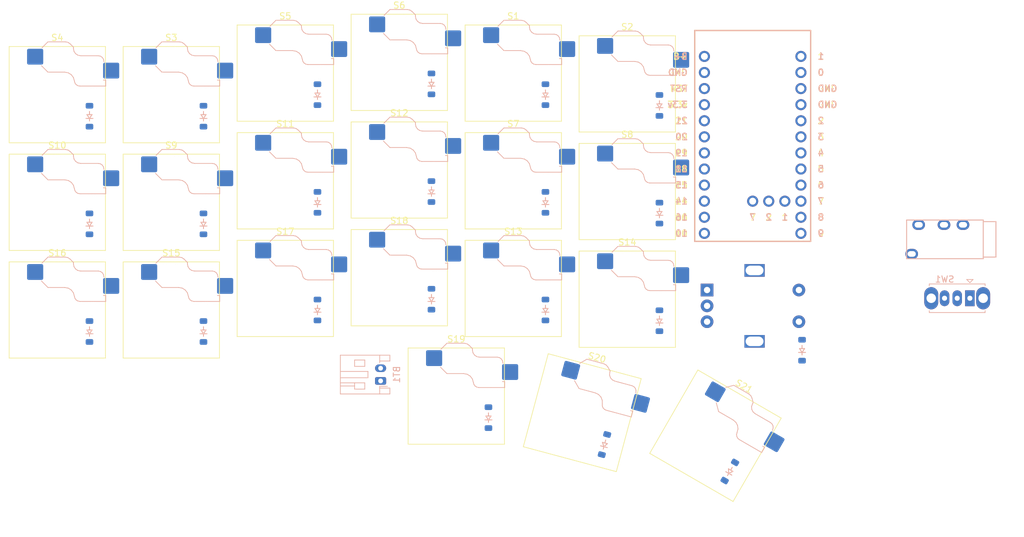
<source format=kicad_pcb>
(kicad_pcb (version 20241229) (generator "pcbnew") (generator_version "9.0")
  (layers (0 "F.Cu" signal) (2 "B.Cu" signal) (13 "F.Paste" user) (15 "B.Paste" user) (5 "F.SilkS" user "F.Silkscreen") (7 "B.SilkS" user "B.Silkscreen") (1 "F.Mask" user) (3 "B.Mask" user) (25 "Edge.Cuts" user))
  (net 0 "")
  (net 1 "GND")
  (net 2 "Net-(BT1-+)")
  (net 3 "Net-(D1-A)")
  (net 4 "Row 0")
  (net 5 "Net-(D2-A)")
  (net 6 "Net-(D3-A)")
  (net 7 "Net-(D4-A)")
  (net 8 "Net-(D5-A)")
  (net 9 "Net-(D6-A)")
  (net 10 "Row 1")
  (net 11 "Net-(D7-A)")
  (net 12 "Net-(D8-A)")
  (net 13 "Net-(D9-A)")
  (net 14 "Net-(D10-A)")
  (net 15 "Net-(D11-A)")
  (net 16 "Net-(D12-A)")
  (net 17 "Net-(D13-A)")
  (net 18 "Row 2")
  (net 19 "Net-(D14-A)")
  (net 20 "Net-(D15-A)")
  (net 21 "Net-(D16-A)")
  (net 22 "Net-(D17-A)")
  (net 23 "Net-(D18-A)")
  (net 24 "Row 3")
  (net 25 "Net-(D19-A)")
  (net 26 "Net-(D20-A)")
  (net 27 "Net-(D21-A)")
  (net 28 "Column 3")
  (net 29 "Column 2")
  (net 30 "Column 4")
  (net 31 "Column 5")
  (net 32 "Column 0")
  (net 33 "Column 1")
  (net 34 "Net-(SW1-A)")
  (net 35 "Net-(D22-A)")
  (net 41 "SplitVCC")
  (net 49 "SplitData")
  (net 52 "EncoderA")
  (net 53 "EncoderB")
  (footprint "ScottoKeebs_Hotswap:Hotswap_Choc_V1_1.00u" (layer "F.Cu") (at 126.9 89.25)
    (property "Reference" "S13" (at 0 -9 0) (layer "F.SilkS"))
    (property "Value" "Keyswitch")
    (pad "" np_thru_hole circle (at -5.5 0) (size 1.9 1.9) (drill 1.9) (layers "*.Cu" "*.Mask"))
    (pad "" np_thru_hole circle (at 0 -5.9) (size 3.05 3.05) (drill 3.05) (layers "*.Cu" "*.Mask"))
    (pad "" np_thru_hole circle (at 0 0) (size 3.45 3.45) (drill 3.45) (layers "*.Cu" "*.Mask"))
    (pad "" np_thru_hole circle (at 5 -3.8) (size 3.05 3.05) (drill 3.05) (layers "*.Cu" "*.Mask"))
    (pad "" np_thru_hole circle (at 5.5 0) (size 1.9 1.9) (drill 1.9) (layers "*.Cu" "*.Mask"))
    (pad "1" smd roundrect (at -3.5 -6) (size 2.55 2.5) (layers "B.Cu" "B.Mask" "B.Paste") (roundrect_rratio 0.1) (net 32 "Column 0"))
    (pad "2" smd roundrect (at 8.5 -3.8) (size 2.55 2.5) (layers "B.Cu" "B.Mask" "B.Paste") (roundrect_rratio 0.1) (net 17 "Net-(D13-A)"))
  )
  (footprint "ScottoKeebs_Hotswap:Hotswap_Choc_V1_1.00u" (layer "F.Cu") (at 126.9 55.25)
    (property "Reference" "S1" (at 0 -9 0) (layer "F.SilkS"))
    (property "Value" "Keyswitch")
    (pad "" np_thru_hole circle (at -5.5 0) (size 1.9 1.9) (drill 1.9) (layers "*.Cu" "*.Mask"))
    (pad "" np_thru_hole circle (at 0 -5.9) (size 3.05 3.05) (drill 3.05) (layers "*.Cu" "*.Mask"))
    (pad "" np_thru_hole circle (at 0 0) (size 3.45 3.45) (drill 3.45) (layers "*.Cu" "*.Mask"))
    (pad "" np_thru_hole circle (at 5 -3.8) (size 3.05 3.05) (drill 3.05) (layers "*.Cu" "*.Mask"))
    (pad "" np_thru_hole circle (at 5.5 0) (size 1.9 1.9) (drill 1.9) (layers "*.Cu" "*.Mask"))
    (pad "1" smd roundrect (at -3.5 -6) (size 2.55 2.5) (layers "B.Cu" "B.Mask" "B.Paste") (roundrect_rratio 0.1) (net 32 "Column 0"))
    (pad "2" smd roundrect (at 8.5 -3.8) (size 2.55 2.5) (layers "B.Cu" "B.Mask" "B.Paste") (roundrect_rratio 0.1) (net 3 "Net-(D1-A)"))
  )
  (footprint "ScottoKeebs_Hotswap:Hotswap_Choc_V1_1.00u" (layer "F.Cu") (at 72.9 58.65)
    (property "Reference" "S3" (at 0 -9 0) (layer "F.SilkS"))
    (property "Value" "Keyswitch")
    (pad "" np_thru_hole circle (at -5.5 0) (size 1.9 1.9) (drill 1.9) (layers "*.Cu" "*.Mask"))
    (pad "" np_thru_hole circle (at 0 -5.9) (size 3.05 3.05) (drill 3.05) (layers "*.Cu" "*.Mask"))
    (pad "" np_thru_hole circle (at 0 0) (size 3.45 3.45) (drill 3.45) (layers "*.Cu" "*.Mask"))
    (pad "" np_thru_hole circle (at 5 -3.8) (size 3.05 3.05) (drill 3.05) (layers "*.Cu" "*.Mask"))
    (pad "" np_thru_hole circle (at 5.5 0) (size 1.9 1.9) (drill 1.9) (layers "*.Cu" "*.Mask"))
    (pad "1" smd roundrect (at -3.5 -6) (size 2.55 2.5) (layers "B.Cu" "B.Mask" "B.Paste") (roundrect_rratio 0.1) (net 29 "Column 2"))
    (pad "2" smd roundrect (at 8.5 -3.8) (size 2.55 2.5) (layers "B.Cu" "B.Mask" "B.Paste") (roundrect_rratio 0.1) (net 6 "Net-(D3-A)"))
  )
  (footprint "ScottoKeebs_Hotswap:Hotswap_Choc_V1_1.00u" (layer "F.Cu") (at 72.9 75.65)
    (property "Reference" "S9" (at 0 -9 0) (layer "F.SilkS"))
    (property "Value" "Keyswitch")
    (pad "" np_thru_hole circle (at -5.5 0) (size 1.9 1.9) (drill 1.9) (layers "*.Cu" "*.Mask"))
    (pad "" np_thru_hole circle (at 0 -5.9) (size 3.05 3.05) (drill 3.05) (layers "*.Cu" "*.Mask"))
    (pad "" np_thru_hole circle (at 0 0) (size 3.45 3.45) (drill 3.45) (layers "*.Cu" "*.Mask"))
    (pad "" np_thru_hole circle (at 5 -3.8) (size 3.05 3.05) (drill 3.05) (layers "*.Cu" "*.Mask"))
    (pad "" np_thru_hole circle (at 5.5 0) (size 1.9 1.9) (drill 1.9) (layers "*.Cu" "*.Mask"))
    (pad "1" smd roundrect (at -3.5 -6) (size 2.55 2.5) (layers "B.Cu" "B.Mask" "B.Paste") (roundrect_rratio 0.1) (net 29 "Column 2"))
    (pad "2" smd roundrect (at 8.5 -3.8) (size 2.55 2.5) (layers "B.Cu" "B.Mask" "B.Paste") (roundrect_rratio 0.1) (net 13 "Net-(D9-A)"))
  )
  (footprint "ScottoKeebs_Hotswap:Hotswap_Choc_V1_1.00u" (layer "F.Cu") (at 126.9 72.25)
    (property "Reference" "S7" (at 0 -9 0) (layer "F.SilkS"))
    (property "Value" "Keyswitch")
    (pad "" np_thru_hole circle (at -5.5 0) (size 1.9 1.9) (drill 1.9) (layers "*.Cu" "*.Mask"))
    (pad "" np_thru_hole circle (at 0 -5.9) (size 3.05 3.05) (drill 3.05) (layers "*.Cu" "*.Mask"))
    (pad "" np_thru_hole circle (at 0 0) (size 3.45 3.45) (drill 3.45) (layers "*.Cu" "*.Mask"))
    (pad "" np_thru_hole circle (at 5 -3.8) (size 3.05 3.05) (drill 3.05) (layers "*.Cu" "*.Mask"))
    (pad "" np_thru_hole circle (at 5.5 0) (size 1.9 1.9) (drill 1.9) (layers "*.Cu" "*.Mask"))
    (pad "1" smd roundrect (at -3.5 -6) (size 2.55 2.5) (layers "B.Cu" "B.Mask" "B.Paste") (roundrect_rratio 0.1) (net 32 "Column 0"))
    (pad "2" smd roundrect (at 8.5 -3.8) (size 2.55 2.5) (layers "B.Cu" "B.Mask" "B.Paste") (roundrect_rratio 0.1) (net 11 "Net-(D7-A)"))
  )
  (footprint "ScottoKeebs_Hotswap:Hotswap_Choc_V1_1.00u" (layer "F.Cu") (at 108.9 87.55)
    (property "Reference" "S18" (at 0 -9 0) (layer "F.SilkS"))
    (property "Value" "Keyswitch")
    (pad "" np_thru_hole circle (at -5.5 0) (size 1.9 1.9) (drill 1.9) (layers "*.Cu" "*.Mask"))
    (pad "" np_thru_hole circle (at 0 -5.9) (size 3.05 3.05) (drill 3.05) (layers "*.Cu" "*.Mask"))
    (pad "" np_thru_hole circle (at 0 0) (size 3.45 3.45) (drill 3.45) (layers "*.Cu" "*.Mask"))
    (pad "" np_thru_hole circle (at 5 -3.8) (size 3.05 3.05) (drill 3.05) (layers "*.Cu" "*.Mask"))
    (pad "" np_thru_hole circle (at 5.5 0) (size 1.9 1.9) (drill 1.9) (layers "*.Cu" "*.Mask"))
    (pad "1" smd roundrect (at -3.5 -6) (size 2.55 2.5) (layers "B.Cu" "B.Mask" "B.Paste") (roundrect_rratio 0.1) (net 31 "Column 5"))
    (pad "2" smd roundrect (at 8.5 -3.8) (size 2.55 2.5) (layers "B.Cu" "B.Mask" "B.Paste") (roundrect_rratio 0.1) (net 23 "Net-(D18-A)"))
  )
  (footprint "ScottoKeebs_Hotswap:Hotswap_Choc_V1_1.00u" (layer "F.Cu") (at 72.9 92.65)
    (property "Reference" "S15" (at 0 -9 0) (layer "F.SilkS"))
    (property "Value" "Keyswitch")
    (pad "" np_thru_hole circle (at -5.5 0) (size 1.9 1.9) (drill 1.9) (layers "*.Cu" "*.Mask"))
    (pad "" np_thru_hole circle (at 0 -5.9) (size 3.05 3.05) (drill 3.05) (layers "*.Cu" "*.Mask"))
    (pad "" np_thru_hole circle (at 0 0) (size 3.45 3.45) (drill 3.45) (layers "*.Cu" "*.Mask"))
    (pad "" np_thru_hole circle (at 5 -3.8) (size 3.05 3.05) (drill 3.05) (layers "*.Cu" "*.Mask"))
    (pad "" np_thru_hole circle (at 5.5 0) (size 1.9 1.9) (drill 1.9) (layers "*.Cu" "*.Mask"))
    (pad "1" smd roundrect (at -3.5 -6) (size 2.55 2.5) (layers "B.Cu" "B.Mask" "B.Paste") (roundrect_rratio 0.1) (net 29 "Column 2"))
    (pad "2" smd roundrect (at 8.5 -3.8) (size 2.55 2.5) (layers "B.Cu" "B.Mask" "B.Paste") (roundrect_rratio 0.1) (net 20 "Net-(D15-A)"))
  )
  (footprint "ScottoKeebs_Hotswap:Hotswap_Choc_V1_1.00u" (layer "F.Cu") (at 144.9 73.95)
    (property "Reference" "S8" (at 0 -9 0) (layer "F.SilkS"))
    (property "Value" "Keyswitch")
    (pad "" np_thru_hole circle (at -5.5 0) (size 1.9 1.9) (drill 1.9) (layers "*.Cu" "*.Mask"))
    (pad "" np_thru_hole circle (at 0 -5.9) (size 3.05 3.05) (drill 3.05) (layers "*.Cu" "*.Mask"))
    (pad "" np_thru_hole circle (at 0 0) (size 3.45 3.45) (drill 3.45) (layers "*.Cu" "*.Mask"))
    (pad "" np_thru_hole circle (at 5 -3.8) (size 3.05 3.05) (drill 3.05) (layers "*.Cu" "*.Mask"))
    (pad "" np_thru_hole circle (at 5.5 0) (size 1.9 1.9) (drill 1.9) (layers "*.Cu" "*.Mask"))
    (pad "1" smd roundrect (at -3.5 -6) (size 2.55 2.5) (layers "B.Cu" "B.Mask" "B.Paste") (roundrect_rratio 0.1) (net 33 "Column 1"))
    (pad "2" smd roundrect (at 8.5 -3.8) (size 2.55 2.5) (layers "B.Cu" "B.Mask" "B.Paste") (roundrect_rratio 0.1) (net 12 "Net-(D8-A)"))
  )
  (footprint "ScottoKeebs_Hotswap:Hotswap_Choc_V1_1.00u" (layer "F.Cu") (at 90.9 55.25)
    (property "Reference" "S5" (at 0 -9 0) (layer "F.SilkS"))
    (property "Value" "Keyswitch")
    (pad "" np_thru_hole circle (at -5.5 0) (size 1.9 1.9) (drill 1.9) (layers "*.Cu" "*.Mask"))
    (pad "" np_thru_hole circle (at 0 -5.9) (size 3.05 3.05) (drill 3.05) (layers "*.Cu" "*.Mask"))
    (pad "" np_thru_hole circle (at 0 0) (size 3.45 3.45) (drill 3.45) (layers "*.Cu" "*.Mask"))
    (pad "" np_thru_hole circle (at 5 -3.8) (size 3.05 3.05) (drill 3.05) (layers "*.Cu" "*.Mask"))
    (pad "" np_thru_hole circle (at 5.5 0) (size 1.9 1.9) (drill 1.9) (layers "*.Cu" "*.Mask"))
    (pad "1" smd roundrect (at -3.5 -6) (size 2.55 2.5) (layers "B.Cu" "B.Mask" "B.Paste") (roundrect_rratio 0.1) (net 30 "Column 4"))
    (pad "2" smd roundrect (at 8.5 -3.8) (size 2.55 2.5) (layers "B.Cu" "B.Mask" "B.Paste") (roundrect_rratio 0.1) (net 8 "Net-(D5-A)"))
  )
  (footprint "ScottoKeebs_Hotswap:Hotswap_Choc_V1_1.00u" (layer "F.Cu") (at 144.9 56.95)
    (property "Reference" "S2" (at 0 -9 0) (layer "F.SilkS"))
    (property "Value" "Keyswitch")
    (pad "" np_thru_hole circle (at -5.5 0) (size 1.9 1.9) (drill 1.9) (layers "*.Cu" "*.Mask"))
    (pad "" np_thru_hole circle (at 0 -5.9) (size 3.05 3.05) (drill 3.05) (layers "*.Cu" "*.Mask"))
    (pad "" np_thru_hole circle (at 0 0) (size 3.45 3.45) (drill 3.45) (layers "*.Cu" "*.Mask"))
    (pad "" np_thru_hole circle (at 5 -3.8) (size 3.05 3.05) (drill 3.05) (layers "*.Cu" "*.Mask"))
    (pad "" np_thru_hole circle (at 5.5 0) (size 1.9 1.9) (drill 1.9) (layers "*.Cu" "*.Mask"))
    (pad "1" smd roundrect (at -3.5 -6) (size 2.55 2.5) (layers "B.Cu" "B.Mask" "B.Paste") (roundrect_rratio 0.1) (net 33 "Column 1"))
    (pad "2" smd roundrect (at 8.5 -3.8) (size 2.55 2.5) (layers "B.Cu" "B.Mask" "B.Paste") (roundrect_rratio 0.1) (net 5 "Net-(D2-A)"))
  )
  (footprint "ScottoKeebs_Scotto:Encoder_EC11_MX" (layer "F.Cu") (at 165 92)
    (property "Reference" "SW2" (hide yes))
    (property "Value" "RotaryEncoder_Switch" (hide yes))
    (pad "A" thru_hole rect (at -7.5 -2.5) (size 2 2) (drill 1) (layers "*.Cu" "*.Mask") (net 52 "EncoderA"))
    (pad "B" thru_hole circle (at -7.5 2.5) (size 2 2) (drill 1) (layers "*.Cu" "*.Mask") (net 53 "EncoderB"))
    (pad "C" thru_hole circle (at -7.5 0) (size 2 2) (drill 1) (layers "*.Cu" "*.Mask") (net 1 "GND"))
    (pad "MP" thru_hole rect (at 0 -5.6) (size 3.2 2) (drill oval 2.8 1.5) (layers "*.Cu" "*.Mask"))
    (pad "MP" thru_hole rect (at 0 5.6) (size 3.2 2) (drill oval 2.8 1.5) (layers "*.Cu" "*.Mask"))
    (pad "S1" thru_hole circle (at 7 2.5) (size 2 2) (drill 1) (layers "*.Cu" "*.Mask") (net 35 "Net-(D22-A)"))
    (pad "S2" thru_hole circle (at 7 -2.5) (size 2 2) (drill 1) (layers "*.Cu" "*.Mask") (net 18 "Row 2"))
  )
  (footprint "ScottoKeebs_Hotswap:Hotswap_Choc_V1_1.00u" (layer "F.Cu") (at 90.9 89.25)
    (property "Reference" "S17" (at 0 -9 0) (layer "F.SilkS"))
    (property "Value" "Keyswitch")
    (pad "" np_thru_hole circle (at -5.5 0) (size 1.9 1.9) (drill 1.9) (layers "*.Cu" "*.Mask"))
    (pad "" np_thru_hole circle (at 0 -5.9) (size 3.05 3.05) (drill 3.05) (layers "*.Cu" "*.Mask"))
    (pad "" np_thru_hole circle (at 0 0) (size 3.45 3.45) (drill 3.45) (layers "*.Cu" "*.Mask"))
    (pad "" np_thru_hole circle (at 5 -3.8) (size 3.05 3.05) (drill 3.05) (layers "*.Cu" "*.Mask"))
    (pad "" np_thru_hole circle (at 5.5 0) (size 1.9 1.9) (drill 1.9) (layers "*.Cu" "*.Mask"))
    (pad "1" smd roundrect (at -3.5 -6) (size 2.55 2.5) (layers "B.Cu" "B.Mask" "B.Paste") (roundrect_rratio 0.1) (net 30 "Column 4"))
    (pad "2" smd roundrect (at 8.5 -3.8) (size 2.55 2.5) (layers "B.Cu" "B.Mask" "B.Paste") (roundrect_rratio 0.1) (net 22 "Net-(D17-A)"))
  )
  (footprint "ScottoKeebs_Hotswap:Hotswap_Choc_V1_1.00u" (layer "F.Cu") (at 117.9 106.25)
    (property "Reference" "S19" (at 0 -9 0) (layer "F.SilkS"))
    (property "Value" "Keyswitch")
    (pad "" np_thru_hole circle (at -5.5 0) (size 1.9 1.9) (drill 1.9) (layers "*.Cu" "*.Mask"))
    (pad "" np_thru_hole circle (at 0 -5.9) (size 3.05 3.05) (drill 3.05) (layers "*.Cu" "*.Mask"))
    (pad "" np_thru_hole circle (at 0 0) (size 3.45 3.45) (drill 3.45) (layers "*.Cu" "*.Mask"))
    (pad "" np_thru_hole circle (at 5 -3.8) (size 3.05 3.05) (drill 3.05) (layers "*.Cu" "*.Mask"))
    (pad "" np_thru_hole circle (at 5.5 0) (size 1.9 1.9) (drill 1.9) (layers "*.Cu" "*.Mask"))
    (pad "1" smd roundrect (at -3.5 -6) (size 2.55 2.5) (layers "B.Cu" "B.Mask" "B.Paste") (roundrect_rratio 0.1))
    (pad "2" smd roundrect (at 8.5 -3.8) (size 2.55 2.5) (layers "B.Cu" "B.Mask" "B.Paste") (roundrect_rratio 0.1) (net 25 "Net-(D19-A)"))
  )
  (footprint "ScottoKeebs_Hotswap:Hotswap_Choc_V1_1.50u_90deg" (layer "F.Cu") (at 158.828074 112.508176 -30)
    (property "Reference" "S21" (at 0 -9 150) (layer "F.SilkS"))
    (property "Value" "Keyswitch")
    (pad "" np_thru_hole circle (at -5.5 0 330) (size 1.9 1.9) (drill 1.9) (layers "*.Cu" "*.Mask"))
    (pad "" np_thru_hole circle (at 0 -5.9 330) (size 3.05 3.05) (drill 3.05) (layers "*.Cu" "*.Mask"))
    (pad "" np_thru_hole circle (at 0 0 330) (size 3.45 3.45) (drill 3.45) (layers "*.Cu" "*.Mask"))
    (pad "" np_thru_hole circle (at 5 -3.8 330) (size 3.05 3.05) (drill 3.05) (layers "*.Cu" "*.Mask"))
    (pad "" np_thru_hole circle (at 5.5 0 330) (size 1.9 1.9) (drill 1.9) (layers "*.Cu" "*.Mask"))
    (pad "1" smd roundrect (at -3.5 -6 330) (size 2.55 2.5) (layers "B.Cu" "B.Mask" "B.Paste") (roundrect_rratio 0.1))
    (pad "2" smd roundrect (at 8.5 -3.8 330) (size 2.55 2.5) (layers "B.Cu" "B.Mask" "B.Paste") (roundrect_rratio 0.1) (net 27 "Net-(D21-A)"))
  )
  (footprint "ScottoKeebs_Hotswap:Hotswap_Choc_V1_1.00u" (layer "F.Cu") (at 54.9 58.65)
    (property "Reference" "S4" (at 0 -9 0) (layer "F.SilkS"))
    (property "Value" "Keyswitch")
    (pad "" np_thru_hole circle (at -5.5 0) (size 1.9 1.9) (drill 1.9) (layers "*.Cu" "*.Mask"))
    (pad "" np_thru_hole circle (at 0 -5.9) (size 3.05 3.05) (drill 3.05) (layers "*.Cu" "*.Mask"))
    (pad "" np_thru_hole circle (at 0 0) (size 3.45 3.45) (drill 3.45) (layers "*.Cu" "*.Mask"))
    (pad "" np_thru_hole circle (at 5 -3.8) (size 3.05 3.05) (drill 3.05) (layers "*.Cu" "*.Mask"))
    (pad "" np_thru_hole circle (at 5.5 0) (size 1.9 1.9) (drill 1.9) (layers "*.Cu" "*.Mask"))
    (pad "1" smd roundrect (at -3.5 -6) (size 2.55 2.5) (layers "B.Cu" "B.Mask" "B.Paste") (roundrect_rratio 0.1) (net 28 "Column 3"))
    (pad "2" smd roundrect (at 8.5 -3.8) (size 2.55 2.5) (layers "B.Cu" "B.Mask" "B.Paste") (roundrect_rratio 0.1) (net 7 "Net-(D4-A)"))
  )
  (footprint "ScottoKeebs_Hotswap:Hotswap_Choc_V1_1.00u" (layer "F.Cu") (at 90.9 72.25)
    (property "Reference" "S11" (at 0 -9 0) (layer "F.SilkS"))
    (property "Value" "Keyswitch")
    (pad "" np_thru_hole circle (at -5.5 0) (size 1.9 1.9) (drill 1.9) (layers "*.Cu" "*.Mask"))
    (pad "" np_thru_hole circle (at 0 -5.9) (size 3.05 3.05) (drill 3.05) (layers "*.Cu" "*.Mask"))
    (pad "" np_thru_hole circle (at 0 0) (size 3.45 3.45) (drill 3.45) (layers "*.Cu" "*.Mask"))
    (pad "" np_thru_hole circle (at 5 -3.8) (size 3.05 3.05) (drill 3.05) (layers "*.Cu" "*.Mask"))
    (pad "" np_thru_hole circle (at 5.5 0) (size 1.9 1.9) (drill 1.9) (layers "*.Cu" "*.Mask"))
    (pad "1" smd roundrect (at -3.5 -6) (size 2.55 2.5) (layers "B.Cu" "B.Mask" "B.Paste") (roundrect_rratio 0.1) (net 30 "Column 4"))
    (pad "2" smd roundrect (at 8.5 -3.8) (size 2.55 2.5) (layers "B.Cu" "B.Mask" "B.Paste") (roundrect_rratio 0.1) (net 15 "Net-(D11-A)"))
  )
  (footprint "ScottoKeebs_Hotswap:Hotswap_Choc_V1_1.00u" (layer "F.Cu") (at 108.9 53.55)
    (property "Reference" "S6" (at 0 -9 0) (layer "F.SilkS"))
    (property "Value" "Keyswitch")
    (pad "" np_thru_hole circle (at -5.5 0) (size 1.9 1.9) (drill 1.9) (layers "*.Cu" "*.Mask"))
    (pad "" np_thru_hole circle (at 0 -5.9) (size 3.05 3.05) (drill 3.05) (layers "*.Cu" "*.Mask"))
    (pad "" np_thru_hole circle (at 0 0) (size 3.45 3.45) (drill 3.45) (layers "*.Cu" "*.Mask"))
    (pad "" np_thru_hole circle (at 5 -3.8) (size 3.05 3.05) (drill 3.05) (layers "*.Cu" "*.Mask"))
    (pad "" np_thru_hole circle (at 5.5 0) (size 1.9 1.9) (drill 1.9) (layers "*.Cu" "*.Mask"))
    (pad "1" smd roundrect (at -3.5 -6) (size 2.55 2.5) (layers "B.Cu" "B.Mask" "B.Paste") (roundrect_rratio 0.1) (net 31 "Column 5"))
    (pad "2" smd roundrect (at 8.5 -3.8) (size 2.55 2.5) (layers "B.Cu" "B.Mask" "B.Paste") (roundrect_rratio 0.1) (net 9 "Net-(D6-A)"))
  )
  (footprint "ScottoKeebs_Hotswap:Hotswap_Choc_V1_1.00u" (layer "F.Cu") (at 54.9 92.65)
    (property "Reference" "S16" (at 0 -9 0) (layer "F.SilkS"))
    (property "Value" "Keyswitch")
    (pad "" np_thru_hole circle (at -5.5 0) (size 1.9 1.9) (drill 1.9) (layers "*.Cu" "*.Mask"))
    (pad "" np_thru_hole circle (at 0 -5.9) (size 3.05 3.05) (drill 3.05) (layers "*.Cu" "*.Mask"))
    (pad "" np_thru_hole circle (at 0 0) (size 3.45 3.45) (drill 3.45) (layers "*.Cu" "*.Mask"))
    (pad "" np_thru_hole circle (at 5 -3.8) (size 3.05 3.05) (drill 3.05) (layers "*.Cu" "*.Mask"))
    (pad "" np_thru_hole circle (at 5.5 0) (size 1.9 1.9) (drill 1.9) (layers "*.Cu" "*.Mask"))
    (pad "1" smd roundrect (at -3.5 -6) (size 2.55 2.5) (layers "B.Cu" "B.Mask" "B.Paste") (roundrect_rratio 0.1) (net 28 "Column 3"))
    (pad "2" smd roundrect (at 8.5 -3.8) (size 2.55 2.5) (layers "B.Cu" "B.Mask" "B.Paste") (roundrect_rratio 0.1) (net 21 "Net-(D16-A)"))
  )
  (footprint "ScottoKeebs_Hotswap:Hotswap_Choc_V1_1.00u" (layer "F.Cu") (at 54.9 75.65)
    (property "Reference" "S10" (at 0 -9 0) (layer "F.SilkS"))
    (property "Value" "Keyswitch")
    (pad "" np_thru_hole circle (at -5.5 0) (size 1.9 1.9) (drill 1.9) (layers "*.Cu" "*.Mask"))
    (pad "" np_thru_hole circle (at 0 -5.9) (size 3.05 3.05) (drill 3.05) (layers "*.Cu" "*.Mask"))
    (pad "" np_thru_hole circle (at 0 0) (size 3.45 3.45) (drill 3.45) (layers "*.Cu" "*.Mask"))
    (pad "" np_thru_hole circle (at 5 -3.8) (size 3.05 3.05) (drill 3.05) (layers "*.Cu" "*.Mask"))
    (pad "" np_thru_hole circle (at 5.5 0) (size 1.9 1.9) (drill 1.9) (layers "*.Cu" "*.Mask"))
    (pad "1" smd roundrect (at -3.5 -6) (size 2.55 2.5) (layers "B.Cu" "B.Mask" "B.Paste") (roundrect_rratio 0.1) (net 28 "Column 3"))
    (pad "2" smd roundrect (at 8.5 -3.8) (size 2.55 2.5) (layers "B.Cu" "B.Mask" "B.Paste") (roundrect_rratio 0.1) (net 14 "Net-(D10-A)"))
  )
  (footprint "ScottoKeebs_Hotswap:Hotswap_Choc_V1_1.00u" (layer "F.Cu") (at 144.9 90.95)
    (property "Reference" "S14" (at 0 -9 0) (layer "F.SilkS"))
    (property "Value" "Keyswitch")
    (pad "" np_thru_hole circle (at -5.5 0) (size 1.9 1.9) (drill 1.9) (layers "*.Cu" "*.Mask"))
    (pad "" np_thru_hole circle (at 0 -5.9) (size 3.05 3.05) (drill 3.05) (layers "*.Cu" "*.Mask"))
    (pad "" np_thru_hole circle (at 0 0) (size 3.45 3.45) (drill 3.45) (layers "*.Cu" "*.Mask"))
    (pad "" np_thru_hole circle (at 5 -3.8) (size 3.05 3.05) (drill 3.05) (layers "*.Cu" "*.Mask"))
    (pad "" np_thru_hole circle (at 5.5 0) (size 1.9 1.9) (drill 1.9) (layers "*.Cu" "*.Mask"))
    (pad "1" smd roundrect (at -3.5 -6) (size 2.55 2.5) (layers "B.Cu" "B.Mask" "B.Paste") (roundrect_rratio 0.1) (net 33 "Column 1"))
    (pad "2" smd roundrect (at 8.5 -3.8) (size 2.55 2.5) (layers "B.Cu" "B.Mask" "B.Paste") (roundrect_rratio 0.1) (net 19 "Net-(D14-A)"))
  )
  (footprint "ScottoKeebs_Hotswap:Hotswap_Choc_V1_1.00u" (layer "F.Cu") (at 137.793294 108.869002 -15)
    (property "Reference" "S20" (at 0 -8.999999 165) (layer "F.SilkS"))
    (property "Value" "Keyswitch")
    (pad "" np_thru_hole circle (at -5.5 0 345) (size 1.9 1.9) (drill 1.9) (layers "*.Cu" "*.Mask"))
    (pad "" np_thru_hole circle (at 0 -5.9 345) (size 3.05 3.05) (drill 3.05) (layers "*.Cu" "*.Mask"))
    (pad "" np_thru_hole circle (at 0 0 345) (size 3.45 3.45) (drill 3.45) (layers "*.Cu" "*.Mask"))
    (pad "" np_thru_hole circle (at 5 -3.8 345) (size 3.05 3.05) (drill 3.05) (layers "*.Cu" "*.Mask"))
    (pad "" np_thru_hole circle (at 5.5 0 345) (size 1.9 1.9) (drill 1.9) (layers "*.Cu" "*.Mask"))
    (pad "1" smd roundrect (at -3.5 -6 345) (size 2.55 2.5) (layers "B.Cu" "B.Mask" "B.Paste") (roundrect_rratio 0.1))
    (pad "2" smd roundrect (at 8.5 -3.8 345) (size 2.55 2.5) (layers "B.Cu" "B.Mask" "B.Paste") (roundrect_rratio 0.1) (net 26 "Net-(D20-A)"))
  )
  (footprint "ScottoKeebs_Hotswap:Hotswap_Choc_V1_1.00u" (layer "F.Cu") (at 108.9 70.55)
    (property "Reference" "S12" (at 0 -9 0) (layer "F.SilkS"))
    (property "Value" "Keyswitch")
    (pad "" np_thru_hole circle (at -5.5 0) (size 1.9 1.9) (drill 1.9) (layers "*.Cu" "*.Mask"))
    (pad "" np_thru_hole circle (at 0 -5.9) (size 3.05 3.05) (drill 3.05) (layers "*.Cu" "*.Mask"))
    (pad "" np_thru_hole circle (at 0 0) (size 3.45 3.45) (drill 3.45) (layers "*.Cu" "*.Mask"))
    (pad "" np_thru_hole circle (at 5 -3.8) (size 3.05 3.05) (drill 3.05) (layers "*.Cu" "*.Mask"))
    (pad "" np_thru_hole circle (at 5.5 0) (size 1.9 1.9) (drill 1.9) (layers "*.Cu" "*.Mask"))
    (pad "1" smd roundrect (at -3.5 -6) (size 2.55 2.5) (layers "B.Cu" "B.Mask" "B.Paste") (roundrect_rratio 0.1) (net 31 "Column 5"))
    (pad "2" smd roundrect (at 8.5 -3.8) (size 2.55 2.5) (layers "B.Cu" "B.Mask" "B.Paste") (roundrect_rratio 0.1) (net 16 "Net-(D12-A)"))
  )
  (footprint "ScottoKeebs_Components:Diode_SOD-123" (layer "B.Cu") (at 141.3 113.9 75)
    (property "Reference" "D20" (hide yes))
    (property "Value" "Diode")
    (pad "1" smd roundrect (at -1.65 0.000001 75) (size 0.9 1.2) (layers "B.Cu" "B.Mask" "B.Paste") (net 24 "Row 3"))
    (pad "2" smd roundrect (at 1.65 -0.000001 75) (size 0.9 1.2) (layers "B.Cu" "B.Mask" "B.Paste") (net 26 "Net-(D20-A)"))
  )
  (footprint "Connector_JST:JST_PH_S2B-PH-K_1x02_P2.00mm_Horizontal" (layer "B.Cu") (at 105.95 103.85 90)
    (property "Reference" "BT1" (at 1 2.55 90) (layer "B.SilkS") (effects (justify mirror)))
    (property "Value" "Battery_Cell")
    (pad "1" thru_hole roundrect (at 0 0 90) (size 1.2 1.75) (drill 0.75) (layers "*.Cu" "*.Mask") (roundrect_rratio 0.208333) (net 2 "Net-(BT1-+)"))
    (pad "2" thru_hole oval (at 2 0 90) (size 1.2 1.75) (drill 0.75) (layers "*.Cu" "*.Mask") (net 1 "GND"))
  )
  (footprint "ScottoKeebs_Components:TRRS_PJ-320A" (layer "B.Cu") (at 201.1125 81.5 90)
    (property "Reference" "U2")
    (property "Value" "TRRS")
    (pad "" np_thru_hole circle (at 0 -8.6 90) (size 0.8 0.8) (drill 0.8) (layers "*.Cu" "*.Mask"))
    (pad "" np_thru_hole circle (at 0 -1.6 90) (size 0.8 0.8) (drill 0.8) (layers "*.Cu" "*.Mask"))
    (pad "1" thru_hole oval (at -2.3 -11.3 90) (size 1.6 2) (drill oval 0.9 1.3) (layers "*.Cu" "*.Mask") (net 1 "GND"))
    (pad "2" thru_hole oval (at 2.3 -10.2 90) (size 1.6 2) (drill oval 0.9 1.3) (layers "*.Cu" "*.Mask") (net 49 "SplitData"))
    (pad "3" thru_hole oval (at 2.3 -6.2 90) (size 1.6 2) (drill oval 0.9 1.3) (layers "*.Cu" "*.Mask") (net 41 "SplitVCC"))
    (pad "4" thru_hole oval (at 2.3 -3.2 90) (size 1.6 2) (drill oval 0.9 1.3) (layers "*.Cu" "*.Mask") (net 1 "GND"))
  )
  (footprint "Button_Switch_THT:SW_Slide_SPDT_Straight_CK_OS102011MS2Q" (layer "B.Cu") (at 199 90.7975 180)
    (property "Reference" "SW1" (at 3.99 2.99 0) (layer "B.SilkS") (effects (justify mirror)))
    (property "Value" "SW_SPST")
    (pad "" thru_hole oval (at -2.1 0 180) (size 2.2 3.5) (drill 1.5) (layers "*.Cu" "*.Mask"))
    (pad "" thru_hole oval (at 6.1 0 180) (size 2.2 3.5) (drill 1.5) (layers "*.Cu" "*.Mask"))
    (pad "1" thru_hole rect (at 0 0 180) (size 1.5 2.5) (drill 0.8) (layers "*.Cu" "*.Mask") (net 34 "Net-(SW1-A)"))
    (pad "2" thru_hole oval (at 2 0 180) (size 1.5 2.5) (drill 0.8) (layers "*.Cu" "*.Mask") (net 2 "Net-(BT1-+)"))
    (pad "3" thru_hole oval (at 4 0 180) (size 1.5 2.5) (drill 0.8) (layers "*.Cu" "*.Mask"))
  )
  (footprint "ScottoKeebs_Components:Diode_SOD-123" (layer "B.Cu") (at 59.98 62.05 90)
    (property "Reference" "D4" (hide yes))
    (property "Value" "Diode")
    (pad "1" smd roundrect (at -1.65 0 90) (size 0.9 1.2) (layers "B.Cu" "B.Mask" "B.Paste") (net 4 "Row 0"))
    (pad "2" smd roundrect (at 1.65 0 90) (size 0.9 1.2) (layers "B.Cu" "B.Mask" "B.Paste") (net 7 "Net-(D4-A)"))
  )
  (footprint "ScottoKeebs_Components:Diode_SOD-123" (layer "B.Cu") (at 59.98 96.05 90)
    (property "Reference" "D16" (hide yes))
    (property "Value" "Diode")
    (pad "1" smd roundrect (at -1.65 0 90) (size 0.9 1.2) (layers "B.Cu" "B.Mask" "B.Paste") (net 18 "Row 2"))
    (pad "2" smd roundrect (at 1.65 0 90) (size 0.9 1.2) (layers "B.Cu" "B.Mask" "B.Paste") (net 21 "Net-(D16-A)"))
  )
  (footprint "ScottoKeebs_Components:Diode_SOD-123" (layer "B.Cu") (at 77.98 79.05 90)
    (property "Reference" "D9" (hide yes))
    (property "Value" "Diode")
    (pad "1" smd roundrect (at -1.65 0 90) (size 0.9 1.2) (layers "B.Cu" "B.Mask" "B.Paste") (net 10 "Row 1"))
    (pad "2" smd roundrect (at 1.65 0 90) (size 0.9 1.2) (layers "B.Cu" "B.Mask" "B.Paste") (net 13 "Net-(D9-A)"))
  )
  (footprint "ScottoKeebs_Components:Diode_SOD-123" (layer "B.Cu") (at 113.98 56.95 90)
    (property "Reference" "D6" (hide yes))
    (property "Value" "Diode")
    (pad "1" smd roundrect (at -1.65 0 90) (size 0.9 1.2) (layers "B.Cu" "B.Mask" "B.Paste") (net 4 "Row 0"))
    (pad "2" smd roundrect (at 1.65 0 90) (size 0.9 1.2) (layers "B.Cu" "B.Mask" "B.Paste") (net 9 "Net-(D6-A)"))
  )
  (footprint "ScottoKeebs_Components:Diode_SOD-123" (layer "B.Cu") (at 131.98 92.65 90)
    (property "Reference" "D13" (hide yes))
    (property "Value" "Diode")
    (pad "1" smd roundrect (at -1.65 0 90) (size 0.9 1.2) (layers "B.Cu" "B.Mask" "B.Paste") (net 18 "Row 2"))
    (pad "2" smd roundrect (at 1.65 0 90) (size 0.9 1.2) (layers "B.Cu" "B.Mask" "B.Paste") (net 17 "Net-(D13-A)"))
  )
  (footprint "ScottoKeebs_Components:Diode_SOD-123" (layer "B.Cu") (at 122.98 109.65 90)
    (property "Reference" "D19" (hide yes))
    (property "Value" "Diode")
    (pad "1" smd roundrect (at -1.65 0 90) (size 0.9 1.2) (layers "B.Cu" "B.Mask" "B.Paste") (net 24 "Row 3"))
    (pad "2" smd roundrect (at 1.65 0 90) (size 0.9 1.2) (layers "B.Cu" "B.Mask" "B.Paste") (net 25 "Net-(D19-A)"))
  )
  (footprint "ScottoKeebs_Components:Diode_SOD-123" (layer "B.Cu") (at 149.98 94.35 90)
    (property "Reference" "D14" (hide yes))
    (property "Value" "Diode")
    (pad "1" smd roundrect (at -1.65 0 90) (size 0.9 1.2) (layers "B.Cu" "B.Mask" "B.Paste") (net 18 "Row 2"))
    (pad "2" smd roundrect (at 1.65 0 90) (size 0.9 1.2) (layers "B.Cu" "B.Mask" "B.Paste") (net 19 "Net-(D14-A)"))
  )
  (footprint "ScottoKeebs_Components:Diode_SOD-123" (layer "B.Cu") (at 77.98 96.05 90)
    (property "Reference" "D15" (hide yes))
    (property "Value" "Diode")
    (pad "1" smd roundrect (at -1.65 0 90) (size 0.9 1.2) (layers "B.Cu" "B.Mask" "B.Paste") (net 18 "Row 2"))
    (pad "2" smd roundrect (at 1.65 0 90) (size 0.9 1.2) (layers "B.Cu" "B.Mask" "B.Paste") (net 20 "Net-(D15-A)"))
  )
  (footprint "ScottoKeebs_Components:Diode_SOD-123" (layer "B.Cu") (at 131.98 58.65 90)
    (property "Reference" "D1" (hide yes))
    (property "Value" "Diode")
    (pad "1" smd roundrect (at -1.65 0 90) (size 0.9 1.2) (layers "B.Cu" "B.Mask" "B.Paste") (net 4 "Row 0"))
    (pad "2" smd roundrect (at 1.65 0 90) (size 0.9 1.2) (layers "B.Cu" "B.Mask" "B.Paste") (net 3 "Net-(D1-A)"))
  )
  (footprint "ScottoKeebs_Components:Diode_SOD-123" (layer "B.Cu") (at 161.1 118.15 60)
    (property "Reference" "D21" (hide yes))
    (property "Value" "Diode")
    (pad "1" smd roundrect (at -1.65 0 60) (size 0.9 1.2) (layers "B.Cu" "B.Mask" "B.Paste") (net 24 "Row 3"))
    (pad "2" smd roundrect (at 1.65 0 60) (size 0.9 1.2) (layers "B.Cu" "B.Mask" "B.Paste") (net 27 "Net-(D21-A)"))
  )
  (footprint "ScottoKeebs_Components:Diode_SOD-123" (layer "B.Cu") (at 113.98 90.95 90)
    (property "Reference" "D18" (hide yes))
    (property "Value" "Diode")
    (pad "1" smd roundrect (at -1.65 0 90) (size 0.9 1.2) (layers "B.Cu" "B.Mask" "B.Paste") (net 18 "Row 2"))
    (pad "2" smd roundrect (at 1.65 0 90) (size 0.9 1.2) (layers "B.Cu" "B.Mask" "B.Paste") (net 23 "Net-(D18-A)"))
  )
  (footprint "ScottoKeebs_Components:Diode_SOD-123" (layer "B.Cu") (at 149.98 60.35 90)
    (property "Reference" "D2" (hide yes))
    (property "Value" "Diode")
    (pad "1" smd roundrect (at -1.65 0 90) (size 0.9 1.2) (layers "B.Cu" "B.Mask" "B.Paste") (net 4 "Row 0"))
    (pad "2" smd roundrect (at 1.65 0 90) (size 0.9 1.2) (layers "B.Cu" "B.Mask" "B.Paste") (net 5 "Net-(D2-A)"))
  )
  (footprint "ScottoKeebs_Components:Diode_SOD-123" (layer "B.Cu") (at 95.98 75.65 90)
    (property "Reference" "D11" (hide yes))
    (property "Value" "Diode")
    (pad "1" smd roundrect (at -1.65 0 90) (size 0.9 1.2) (layers "B.Cu" "B.Mask" "B.Paste") (net 10 "Row 1"))
    (pad "2" smd roundrect (at 1.65 0 90) (size 0.9 1.2) (layers "B.Cu" "B.Mask" "B.Paste") (net 15 "Net-(D11-A)"))
  )
  (footprint "ScottoKeebs_Components:Diode_SOD-123" (layer "B.Cu") (at 113.98 73.95 90)
    (property "Reference" "D12" (hide yes))
    (property "Value" "Diode")
    (pad "1" smd roundrect (at -1.65 0 90) (size 0.9 1.2) (layers "B.Cu" "B.Mask" "B.Paste") (net 10 "Row 1"))
    (pad "2" smd roundrect (at 1.65 0 90) (size 0.9 1.2) (layers "B.Cu" "B.Mask" "B.Paste") (net 16 "Net-(D12-A)"))
  )
  (footprint "ScottoKeebs_Components:Diode_SOD-123" (layer "B.Cu") (at 95.98 92.65 90)
    (property "Reference" "D17" (hide yes))
    (property "Value" "Diode")
    (pad "1" smd roundrect (at -1.65 0 90) (size 0.9 1.2) (layers "B.Cu" "B.Mask" "B.Paste") (net 18 "Row 2"))
    (pad "2" smd roundrect (at 1.65 0 90) (size 0.9 1.2) (layers "B.Cu" "B.Mask" "B.Paste") (net 22 "Net-(D17-A)"))
  )
  (footprint "ScottoKeebs_Components:Diode_SOD-123" (layer "B.Cu") (at 95.98 58.65 90)
    (property "Reference" "D5" (hide yes))
    (property "Value" "Diode")
    (pad "1" smd roundrect (at -1.65 0 90) (size 0.9 1.2) (layers "B.Cu" "B.Mask" "B.Paste") (net 4 "Row 0"))
    (pad "2" smd roundrect (at 1.65 0 90) (size 0.9 1.2) (layers "B.Cu" "B.Mask" "B.Paste") (net 8 "Net-(D5-A)"))
  )
  (footprint "ScottoKeebs_MCU:Nice_Nano_V2" (layer "B.Cu") (at 164.7 66.3 180)
    (property "Reference" "U1" (hide yes))
    (property "Value" "Nice_Nano_V2" (hide yes))
    (fp_text user "14" (at 10.16 -9.17 0) (layer "F.SilkS") (effects (font (thickness 0.2) (bold yes)) (justify right)))
    (fp_text user "8" (at -10.16 -11.71 0) (layer "F.SilkS") (effects (font (thickness 0.2) (bold yes)) (justify left)))
    (fp_text user "7" (at 0 -11.709998 0) (layer "F.SilkS") (effects (font (thickness 0.2) (bold yes))))
    (fp_text user "21" (at 10.16 3.53 0) (layer "F.SilkS") (effects (font (thickness 0.2) (bold yes)) (justify right)))
    (fp_text user "10" (at 10.16 -14.25 0) (layer "F.SilkS") (effects (font (thickness 0.2) (bold yes)) (justify right)))
    (fp_text user "6" (at -10.16 -6.63 0) (layer "F.SilkS") (effects (font (thickness 0.2) (bold yes)) (justify left)))
    (fp_text user "1" (at -5.08 -11.71 0) (layer "F.SilkS") (effects (font (thickness 0.2) (bold yes))))
    (fp_text user "GND" (at -10.16 6.07 0) (layer "F.SilkS") (effects (font (thickness 0.2) (bold yes)) (justify left)))
    (fp_text user "9" (at -10.16 -14.25 0) (layer "F.SilkS") (effects (font (thickness 0.2) (bold yes)) (justify left)))
    (fp_text user "0" (at -10.16 11.15 0) (layer "F.SilkS") (effects (font (thickness 0.2) (bold yes)) (justify left)))
    (fp_text user "20" (at 10.16 0.99 0) (layer "F.SilkS") (effects (font (thickness 0.2) (bold yes)) (justify right)))
    (fp_text user "4" (at -10.16 -1.55 0) (layer "F.SilkS") (effects (font (thickness 0.2) (bold yes)) (justify left)))
    (fp_text user "18" (at 10.16 -4.09 0) (layer "F.SilkS") (effects (font (thickness 0.2) (bold yes)) (justify right)))
    (fp_text user "GND" (at 10.16 11.15 0) (layer "F.SilkS") (effects (font (thickness 0.2) (bold yes)) (justify right)))
    (fp_text user "B+" (at 10.16 13.69 0) (layer "F.SilkS") (effects (font (thickness 0.2) (bold yes)) (justify right)))
    (fp_text user "15" (at 10.16 -6.63 0) (layer "F.SilkS") (effects (font (thickness 0.2) (bold yes)) (justify right)))
    (fp_text user "RST" (at 10.16 8.61 0) (layer "F.SilkS") (effects (font (thickness 0.2) (bold yes)) (justify right)))
    (fp_text user "3.3v" (at 10.16 6.07 0) (layer "F.SilkS") (effects (font (thickness 0.2) (bold yes)) (justify right)))
    (fp_text user "5" (at -10.16 -4.09 0) (layer "F.SilkS") (effects (font (thickness 0.2) (bold yes)) (justify left)))
    (fp_text user "2" (at -10.16 3.53 0) (layer "F.SilkS") (effects (font (thickness 0.2) (bold yes)) (justify left)))
    (fp_text user "3" (at -10.16 0.99 0) (layer "F.SilkS") (effects (font (thickness 0.2) (bold yes)) (justify left)))
    (fp_text user "7" (at -10.16 -9.17 0) (layer "F.SilkS") (effects (font (thickness 0.2) (bold yes)) (justify left)))
    (fp_text user "1" (at -10.16 13.69 0) (layer "F.SilkS") (effects (font (thickness 0.2) (bold yes)) (justify left)))
    (fp_text user "2" (at -2.54 -11.71 0) (layer "F.SilkS") (effects (font (thickness 0.2) (bold yes))))
    (fp_text user "GND" (at -10.16 8.61 0) (layer "F.SilkS") (effects (font (thickness 0.2) (bold yes)) (justify left)))
    (fp_text user "16" (at 10.16 -11.71 0) (layer "F.SilkS") (effects (font (thickness 0.2) (bold yes)) (justify right)))
    (fp_text user "19" (at 10.16 -1.55 0) (layer "F.SilkS") (effects (font (thickness 0.2) (bold yes)) (justify right)))
    (fp_text user "B+" (at 10.16 13.69 0) (layer "B.SilkS") (effects (font (thickness 0.2) (bold yes)) (justify left mirror)))
    (fp_text user "3.3v" (at 10.16 6.07 0) (layer "B.SilkS") (effects (font (thickness 0.2) (bold yes)) (justify left mirror)))
    (fp_text user "GND" (at 10.16 11.15 0) (layer "B.SilkS") (effects (font (thickness 0.2) (bold yes)) (justify left mirror)))
    (fp_text user "3" (at -10.16 0.99 0) (layer "B.SilkS") (effects (font (thickness 0.2) (bold yes)) (justify right mirror)))
    (fp_text user "2" (at -2.54 -11.71 0) (layer "B.SilkS") (effects (font (thickness 0.2) (bold yes)) (justify mirror)))
    (fp_text user "9" (at -10.16 -14.25 0) (layer "B.SilkS") (effects (font (thickness 0.2) (bold yes)) (justify right mirror)))
    (fp_text user "20" (at 10.16 0.99 0) (layer "B.SilkS") (effects (font (thickness 0.2) (bold yes)) (justify left mirror)))
    (fp_text user "4" (at -10.16 -1.55 0) (layer "B.SilkS") (effects (font (thickness 0.2) (bold yes)) (justify right mirror)))
    (fp_text user "18" (at 10.16 -4.09 0) (layer "B.SilkS") (effects (font (thickness 0.2) (bold yes)) (justify left mirror)))
    (fp_text user "5" (at -10.16 -4.09 0) (layer "B.SilkS") (effects (font (thickness 0.2) (bold yes)) (justify right mirror)))
    (fp_text user "16" (at 10.16 -11.71 0) (layer "B.SilkS") (effects (font (thickness 0.2) (bold yes)) (justify left mirror)))
    (fp_text user "7" (at 0 -11.709998 0) (layer "B.SilkS") (effects (font (thickness 0.2) (bold yes)) (justify mirror)))
    (fp_text user "GND" (at -10.16 8.61 0) (layer "B.SilkS") (effects (font (thickness 0.2) (bold yes)) (justify right mirror)))
    (fp_text user "1" (at -10.16 13.69 0) (layer "B.SilkS") (effects (font (thickness 0.2) (bold yes)) (justify right mirror)))
    (fp_text user "6" (at -10.16 -6.63 0) (layer "B.SilkS") (effects (font (thickness 0.2) (bold yes)) (justify right mirror)))
    (fp_text user "1" (at -5.08 -11.71 0) (layer "B.SilkS") (effects (font (thickness 0.2) (bold yes)) (justify mirror)))
    (fp_text user "10" (at 10.16 -14.25 0) (layer "B.SilkS") (effects (font (thickness 0.2) (bold yes)) (justify left mirror)))
    (fp_text user "2" (at -10.16 3.53 0) (layer "B.SilkS") (effects (font (thickness 0.2) (bold yes)) (justify right mirror)))
    (fp_text user "8" (at -10.16 -11.71 0) (layer "B.SilkS") (effects (font (thickness 0.2) (bold yes)) (justify right mirror)))
    (fp_text user "19" (at 10.16 -1.55 0) (layer "B.SilkS") (effects (font (thickness 0.2) (bold yes)) (justify left mirror)))
    (fp_text user "15" (at 10.16 -6.63 0) (layer "B.SilkS") (effects (font (thickness 0.2) (bold yes)) (justify left mirror)))
    (fp_text user "RST" (at 10.16 8.61 0) (layer "B.SilkS") (effects (font (thickness 0.2) (bold yes)) (justify left mirror)))
    (fp_text user "7" (at -10.16 -9.17 0) (layer "B.SilkS") (effects (font (thickness 0.2) (bold yes)) (justify right mirror)))
    (fp_text user "14" (at 10.16 -9.17 0) (layer "B.SilkS") (effects (font (thickness 0.2) (bold yes)) (justify left mirror)))
    (fp_text user "GND" (at -10.16 6.07 0) (layer "B.SilkS") (effects (font (thickness 0.2) (bold yes)) (justify right mirror)))
    (fp_text user "0" (at -10.16 11.15 0) (layer "B.SilkS") (effects (font (thickness 0.2) (bold yes)) (justify right mirror)))
    (fp_text user "21" (at 10.16 3.53 0) (layer "B.SilkS") (effects (font (thickness 0.2) (bold yes)) (justify left mirror)))
    (pad "1" thru_hole circle (at -7.62 13.69 270) (size 1.7526 1.7526) (drill 1.0922) (layers "*.Cu" "*.Mask"))
    (pad "2" thru_hole circle (at -7.62 11.15 270) (size 1.7526 1.7526) (drill 1.0922) (layers "*.Cu" "*.Mask") (net 49 "SplitData"))
    (pad "3" thru_hole circle (at -7.62 8.61 270) (size 1.7526 1.7526) (drill 1.0922) (layers "*.Cu" "*.Mask"))
    (pad "4" thru_hole circle (at -7.62 6.07 270) (size 1.7526 1.7526) (drill 1.0922) (layers "*.Cu" "*.Mask"))
    (pad "5" thru_hole circle (at -7.62 3.53 270) (size 1.7526 1.7526) (drill 1.0922) (layers "*.Cu" "*.Mask"))
    (pad "6" thru_hole circle (at -7.62 0.99 270) (size 1.7526 1.7526) (drill 1.0922) (layers "*.Cu" "*.Mask"))
    (pad "7" thru_hole circle (at -7.62 -1.55 270) (size 1.7526 1.7526) (drill 1.0922) (layers "*.Cu" "*.Mask") (net 32 "Column 0"))
    (pad "8" thru_hole circle (at -7.62 -4.09 270) (size 1.7526 1.7526) (drill 1.0922) (layers "*.Cu" "*.Mask") (net 33 "Column 1"))
    (pad "9" thru_hole circle (at -7.62 -6.63 270) (size 1.7526 1.7526) (drill 1.0922) (layers "*.Cu" "*.Mask") (net 29 "Column 2"))
    (pad "10" thru_hole circle (at -7.62 -9.17 270) (size 1.7526 1.7526) (drill 1.0922) (layers "*.Cu" "*.Mask") (net 28 "Column 3"))
    (pad "11" thru_hole circle (at -7.62 -11.71 270) (size 1.7526 1.7526) (drill 1.0922) (layers "*.Cu" "*.Mask") (net 30 "Column 4"))
    (pad "12" thru_hole circle (at -7.62 -14.25 270) (size 1.7526 1.7526) (drill 1.0922) (layers "*.Cu" "*.Mask") (net 31 "Column 5"))
    (pad "13" thru_hole circle (at 7.62 -14.25 270) (size 1.7526 1.7526) (drill 1.0922) (layers "*.Cu" "*.Mask") (net 24 "Row 3"))
    (pad "14" thru_hole circle (at 7.62 -11.71 270) (size 1.7526 1.7526) (drill 1.0922) (layers "*.Cu" "*.Mask") (net 18 "Row 2"))
    (pad "15" thru_hole circle (at 7.62 -9.17 270) (size 1.7526 1.7526) (drill 1.0922) (layers "*.Cu" "*.Mask") (net 10 "Row 1"))
    (pad "16" thru_hole circle (at 7.62 -6.63 270) (size 1.7526 1.7526) (drill 1.0922) (layers "*.Cu" "*.Mask") (net 4 "Row 0"))
    (pad "17" thru_hole circle (at 7.62 -4.09 270) (size 1.7526 1.7526) (drill 1.0922) (layers "*.Cu" "*.Mask"))
    (pad "18" thru_hole circle (at 7.62 -1.55 270) (size 1.7526 1.7526) (drill 1.0922) (layers "*.Cu" "*.Mask"))
    (pad "19" thru_hole circle (at 7.62 0.99 270) (size 1.7526 1.7526) (drill 1.0922) (layers "*.Cu" "*.Mask") (net 53 "EncoderB"))
    (pad "20" thru_hole circle (at 7.62 3.53 270) (size 1.7526 1.7526) (drill 1.0922) (layers "*.Cu" "*.Mask") (net 52 "EncoderA"))
    (pad "21" thru_hole circle (at 7.62 6.07 270) (size 1.7526 1.7526) (drill 1.0922) (layers "*.Cu" "*.Mask") (net 41 "SplitVCC"))
    (pad "22" thru_hole circle (at 7.62 8.61 270) (size 1.7526 1.7526) (drill 1.0922) (layers "*.Cu" "*.Mask"))
    (pad "23" thru_hole circle (at 7.62 11.15 270) (size 1.7526 1.7526) (drill 1.0922) (layers "*.Cu" "*.Mask") (net 1 "GND"))
    (pad "24" thru_hole circle (at 7.62 13.69 270) (size 1.7526 1.7526) (drill 1.0922) (layers "*.Cu" "*.Mask") (net 34 "Net-(SW1-A)"))
    (pad "25" thru_hole circle (at -5.08 -9.17 180) (size 1.7526 1.7526) (drill 1.0922) (layers "*.Cu" "*.Mask"))
    (pad "26" thru_hole circle (at -2.54 -9.17 180) (size 1.7526 1.7526) (drill 1.0922) (layers "*.Cu" "*.Mask"))
    (pad "27" thru_hole circle (at 0 -9.17 180) (size 1.7526 1.7526) (drill 1.0922) (layers "*.Cu" "*.Mask"))
  )
  (footprint "ScottoKeebs_Components:Diode_SOD-123" (layer "B.Cu") (at 172.5 99 90)
    (property "Reference" "D22" (hide yes))
    (property "Value" "Diode")
    (pad "1" smd roundrect (at -1.65 0 90) (size 0.9 1.2) (layers "B.Cu" "B.Mask" "B.Paste") (net 24 "Row 3"))
    (pad "2" smd roundrect (at 1.65 0 90) (size 0.9 1.2) (layers "B.Cu" "B.Mask" "B.Paste") (net 35 "Net-(D22-A)"))
  )
  (footprint "ScottoKeebs_Components:Diode_SOD-123" (layer "B.Cu") (at 149.98 77.35 90)
    (property "Reference" "D8" (hide yes))
    (property "Value" "Diode")
    (pad "1" smd roundrect (at -1.65 0 90) (size 0.9 1.2) (layers "B.Cu" "B.Mask" "B.Paste") (net 10 "Row 1"))
    (pad "2" smd roundrect (at 1.65 0 90) (size 0.9 1.2) (layers "B.Cu" "B.Mask" "B.Paste") (net 12 "Net-(D8-A)"))
  )
  (footprint "ScottoKeebs_Components:Diode_SOD-123" (layer "B.Cu") (at 77.98 62.05 90)
    (property "Reference" "D3" (hide yes))
    (property "Value" "Diode")
    (pad "1" smd roundrect (at -1.65 0 90) (size 0.9 1.2) (layers "B.Cu" "B.Mask" "B.Paste") (net 4 "Row 0"))
    (pad "2" smd roundrect (at 1.65 0 90) (size 0.9 1.2) (layers "B.Cu" "B.Mask" "B.Paste") (net 6 "Net-(D3-A)"))
  )
  (footprint "ScottoKeebs_Components:Diode_SOD-123" (layer "B.Cu") (at 59.98 79.05 90)
    (property "Reference" "D10" (hide yes))
    (property "Value" "Diode")
    (pad "1" smd roundrect (at -1.65 0 90) (size 0.9 1.2) (layers "B.Cu" "B.Mask" "B.Paste") (net 10 "Row 1"))
    (pad "2" smd roundrect (at 1.65 0 90) (size 0.9 1.2) (layers "B.Cu" "B.Mask" "B.Paste") (net 14 "Net-(D10-A)"))
  )
  (footprint "ScottoKeebs_Components:Diode_SOD-123" (layer "B.Cu") (at 131.98 75.65 90)
    (property "Reference" "D7" (hide yes))
    (property "Value" "Diode")
    (pad "1" smd roundrect (at -1.65 0 90) (size 0.9 1.2) (layers "B.Cu" "B.Mask" "B.Paste") (net 10 "Row 1"))
    (pad "2" smd roundrect (at 1.65 0 90) (size 0.9 1.2) (layers "B.Cu" "B.Mask" "B.Paste") (net 11 "Net-(D7-A)"))
  )
)
</source>
